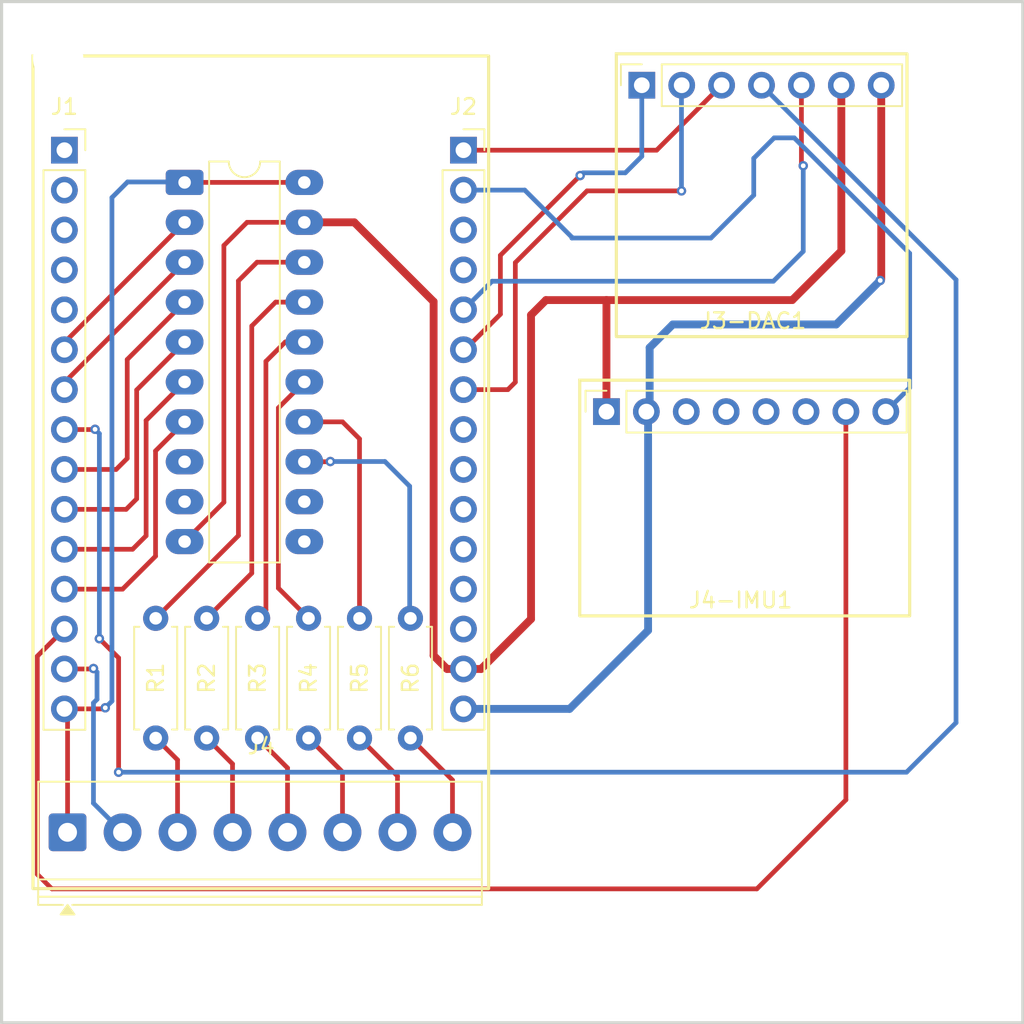
<source format=kicad_pcb>
(kicad_pcb (version 20241229) (generator "pcbnew") (generator_version "9.0")
  (layers (0 "F.Cu" signal) (2 "B.Cu" signal) (13 "F.Paste" user) (15 "B.Paste" user) (5 "F.SilkS" user "F.Silkscreen") (7 "B.SilkS" user "B.Silkscreen") (1 "F.Mask" user) (3 "B.Mask" user) (25 "Edge.Cuts" user))
  (net 0 "")
  (net 1 "GND")
  (net 2 "D12")
  (net 3 "D33")
  (net 4 "D26")
  (net 5 "D32")
  (net 6 "D27")
  (net 7 "D14")
  (net 8 "D25")
  (net 12 "D13")
  (net 13 "VIN")
  (net 17 "D21")
  (net 18 "D23")
  (net 19 "D22")
  (net 23 "3V3")
  (net 27 "D18")
  (net 29 "D19")
  (net 36 "Net-(J4-Pin_4)")
  (net 37 "Net-(J4-Pin_3)")
  (net 38 "Net-(J4-Pin_6)")
  (net 39 "Net-(J4-Pin_5)")
  (net 42 "Net-(U1-B0)")
  (net 43 "Net-(U1-B1)")
  (net 44 "Net-(U1-B2)")
  (net 45 "Net-(U1-B3)")
  (net 46 "Net-(U1-B4)")
  (net 47 "Net-(U1-B5)")
  (net 48 "Net-(J4-Pin_7)")
  (net 49 "Net-(J4-Pin_8)")
  (footprint "Connector_PinSocket_2.54mm:PinSocket_1x15_P2.54mm_Vertical" (layer "F.Cu") (at 79.4 59.46)
    (property "Reference" "J2" (at 0 -2.77 0) (layer "F.SilkS"))
    (property "Value" "Conn_01x15" (hide yes))
    (fp_line (start -1.33 1.27) (end -1.33 36.89) (stroke (width 0.12)) (layer "F.SilkS"))
    (fp_line (start -1.33 1.27) (end 1.33 1.27) (stroke (width 0.12)) (layer "F.SilkS"))
    (fp_line (start -1.33 36.89) (end 1.33 36.89) (stroke (width 0.12)) (layer "F.SilkS"))
    (fp_line (start 0 -1.33) (end 1.33 -1.33) (stroke (width 0.12)) (layer "F.SilkS"))
    (fp_line (start 1.33 -1.33) (end 1.33 0) (stroke (width 0.12)) (layer "F.SilkS"))
    (fp_line (start 1.33 1.27) (end 1.33 36.89) (stroke (width 0.12)) (layer "F.SilkS"))
    (pad "1" thru_hole rect (at 0 0) (size 1.7 1.7) (drill 1) (layers "*.Cu" "*.Mask") (net 18 "D23"))
    (pad "2" thru_hole circle (at 0 2.54) (size 1.7 1.7) (drill 1) (layers "*.Cu" "*.Mask") (net 19 "D22"))
    (pad "3" thru_hole circle (at 0 5.08) (size 1.7 1.7) (drill 1) (layers "*.Cu" "*.Mask"))
    (pad "4" thru_hole circle (at 0 7.62) (size 1.7 1.7) (drill 1) (layers "*.Cu" "*.Mask"))
    (pad "5" thru_hole circle (at 0 10.16) (size 1.7 1.7) (drill 1) (layers "*.Cu" "*.Mask") (net 17 "D21"))
    (pad "6" thru_hole circle (at 0 12.7) (size 1.7 1.7) (drill 1) (layers "*.Cu" "*.Mask") (net 29 "D19"))
    (pad "7" thru_hole circle (at 0 15.24) (size 1.7 1.7) (drill 1) (layers "*.Cu" "*.Mask") (net 27 "D18"))
    (pad "8" thru_hole circle (at 0 17.78) (size 1.7 1.7) (drill 1) (layers "*.Cu" "*.Mask"))
    (pad "9" thru_hole circle (at 0 20.32) (size 1.7 1.7) (drill 1) (layers "*.Cu" "*.Mask"))
    (pad "10" thru_hole circle (at 0 22.86) (size 1.7 1.7) (drill 1) (layers "*.Cu" "*.Mask"))
    (pad "11" thru_hole circle (at 0 25.4) (size 1.7 1.7) (drill 1) (layers "*.Cu" "*.Mask"))
    (pad "12" thru_hole circle (at 0 27.94) (size 1.7 1.7) (drill 1) (layers "*.Cu" "*.Mask"))
    (pad "13" thru_hole circle (at 0 30.48) (size 1.7 1.7) (drill 1) (layers "*.Cu" "*.Mask"))
    (pad "14" thru_hole circle (at 0 33.02) (size 1.7 1.7) (drill 1) (layers "*.Cu" "*.Mask") (net 1 "GND"))
    (pad "15" thru_hole circle (at 0 35.56) (size 1.7 1.7) (drill 1) (layers "*.Cu" "*.Mask") (net 23 "3V3"))
  )
  (footprint "Connector_PinSocket_2.54mm:PinSocket_1x15_P2.54mm_Vertical" (layer "F.Cu") (at 54 59.46)
    (property "Reference" "J1" (at 0 -2.77 0) (layer "F.SilkS"))
    (property "Value" "Conn_01x15" (hide yes))
    (fp_line (start -1.33 1.27) (end -1.33 36.89) (stroke (width 0.12)) (layer "F.SilkS"))
    (fp_line (start -1.33 1.27) (end 1.33 1.27) (stroke (width 0.12)) (layer "F.SilkS"))
    (fp_line (start -1.33 36.89) (end 1.33 36.89) (stroke (width 0.12)) (layer "F.SilkS"))
    (fp_line (start 0 -1.33) (end 1.33 -1.33) (stroke (width 0.12)) (layer "F.SilkS"))
    (fp_line (start 1.33 -1.33) (end 1.33 0) (stroke (width 0.12)) (layer "F.SilkS"))
    (fp_line (start 1.33 1.27) (end 1.33 36.89) (stroke (width 0.12)) (layer "F.SilkS"))
    (pad "1" thru_hole rect (at 0 0) (size 1.7 1.7) (drill 1) (layers "*.Cu" "*.Mask"))
    (pad "2" thru_hole circle (at 0 2.54) (size 1.7 1.7) (drill 1) (layers "*.Cu" "*.Mask"))
    (pad "3" thru_hole circle (at 0 5.08) (size 1.7 1.7) (drill 1) (layers "*.Cu" "*.Mask"))
    (pad "4" thru_hole circle (at 0 7.62) (size 1.7 1.7) (drill 1) (layers "*.Cu" "*.Mask"))
    (pad "5" thru_hole circle (at 0 10.16) (size 1.7 1.7) (drill 1) (layers "*.Cu" "*.Mask"))
    (pad "6" thru_hole circle (at 0 12.7) (size 1.7 1.7) (drill 1) (layers "*.Cu" "*.Mask") (net 5 "D32"))
    (pad "7" thru_hole circle (at 0 15.24) (size 1.7 1.7) (drill 1) (layers "*.Cu" "*.Mask") (net 3 "D33"))
    (pad "8" thru_hole circle (at 0 17.78) (size 1.7 1.7) (drill 1) (layers "*.Cu" "*.Mask") (net 8 "D25"))
    (pad "9" thru_hole circle (at 0 20.32) (size 1.7 1.7) (drill 1) (layers "*.Cu" "*.Mask") (net 4 "D26"))
    (pad "10" thru_hole circle (at 0 22.86) (size 1.7 1.7) (drill 1) (layers "*.Cu" "*.Mask") (net 6 "D27"))
    (pad "11" thru_hole circle (at 0 25.4) (size 1.7 1.7) (drill 1) (layers "*.Cu" "*.Mask") (net 7 "D14"))
    (pad "12" thru_hole circle (at 0 27.94) (size 1.7 1.7) (drill 1) (layers "*.Cu" "*.Mask") (net 2 "D12"))
    (pad "13" thru_hole circle (at 0 30.48) (size 1.7 1.7) (drill 1) (layers "*.Cu" "*.Mask") (net 12 "D13"))
    (pad "14" thru_hole circle (at 0 33.02) (size 1.7 1.7) (drill 1) (layers "*.Cu" "*.Mask") (net 1 "GND"))
    (pad "15" thru_hole circle (at 0 35.56) (size 1.7 1.7) (drill 1) (layers "*.Cu" "*.Mask") (net 13 "VIN"))
  )
  (footprint "MountingHole:MountingHole_3.2mm_M3" (layer "F.Cu") (at 53.6 53.6)
    (property "Reference" "H1" (hide yes))
    (property "Value" "MountingHole" (hide yes))
    (pad "" np_thru_hole circle (at 0 0) (size 3.2 3.2) (drill 3.2) (layers "*.Cu" "*.Mask"))
  )
  (footprint "Resistor_THT:R_Axial_DIN0207_L6.3mm_D2.5mm_P7.62mm_Horizontal" (layer "F.Cu") (at 63.053 89.255 -90)
    (property "Reference" "R2" (at 3.81 0 90) (layer "F.SilkS"))
    (property "Value" "R" (hide yes))
    (fp_line (start 0.54 1.37) (end 7.08 1.37) (stroke (width 0.12)) (layer "F.SilkS"))
    (fp_line (start 7.08 1.37) (end 7.08 1.04) (stroke (width 0.12)) (layer "F.SilkS"))
    (fp_line (start 0.54 1.04) (end 0.54 1.37) (stroke (width 0.12)) (layer "F.SilkS"))
    (fp_line (start 0.54 -1.04) (end 0.54 -1.37) (stroke (width 0.12)) (layer "F.SilkS"))
    (fp_line (start 0.54 -1.37) (end 7.08 -1.37) (stroke (width 0.12)) (layer "F.SilkS"))
    (fp_line (start 7.08 -1.37) (end 7.08 -1.04) (stroke (width 0.12)) (layer "F.SilkS"))
    (pad "1" thru_hole circle (at 0 0 270) (size 1.6 1.6) (drill 0.8) (layers "*.Cu" "*.Mask") (net 43 "Net-(U1-B1)"))
    (pad "2" thru_hole circle (at 7.62 0 270) (size 1.6 1.6) (drill 0.8) (layers "*.Cu" "*.Mask") (net 36 "Net-(J4-Pin_4)"))
  )
  (footprint "Resistor_THT:R_Axial_DIN0207_L6.3mm_D2.5mm_P7.62mm_Horizontal" (layer "F.Cu") (at 59.81 89.255 -90)
    (property "Reference" "R1" (at 3.81 0 90) (layer "F.SilkS"))
    (property "Value" "R" (hide yes))
    (fp_line (start 0.54 1.37) (end 7.08 1.37) (stroke (width 0.12)) (layer "F.SilkS"))
    (fp_line (start 7.08 1.37) (end 7.08 1.04) (stroke (width 0.12)) (layer "F.SilkS"))
    (fp_line (start 0.54 1.04) (end 0.54 1.37) (stroke (width 0.12)) (layer "F.SilkS"))
    (fp_line (start 0.54 -1.04) (end 0.54 -1.37) (stroke (width 0.12)) (layer "F.SilkS"))
    (fp_line (start 0.54 -1.37) (end 7.08 -1.37) (stroke (width 0.12)) (layer "F.SilkS"))
    (fp_line (start 7.08 -1.37) (end 7.08 -1.04) (stroke (width 0.12)) (layer "F.SilkS"))
    (pad "1" thru_hole circle (at 0 0 270) (size 1.6 1.6) (drill 0.8) (layers "*.Cu" "*.Mask") (net 42 "Net-(U1-B0)"))
    (pad "2" thru_hole circle (at 7.62 0 270) (size 1.6 1.6) (drill 0.8) (layers "*.Cu" "*.Mask") (net 37 "Net-(J4-Pin_3)"))
  )
  (footprint "Connector_PinSocket_2.54mm:PinSocket_1x07_P2.54mm_Vertical" (layer "F.Cu") (at 90.75 55.325 90)
    (property "Reference" "J3-DAC1" (at -15 7.08 180) (layer "F.SilkS"))
    (property "Value" "Conn_01x07" (hide yes))
    (fp_line (start 1.33 -1.33) (end 1.33 0) (stroke (width 0.12)) (layer "F.SilkS"))
    (fp_line (start 0 -1.33) (end 1.33 -1.33) (stroke (width 0.12)) (layer "F.SilkS"))
    (fp_line (start 1.33 1.27) (end 1.33 16.57) (stroke (width 0.12)) (layer "F.SilkS"))
    (fp_line (start -1.33 1.27) (end 1.33 1.27) (stroke (width 0.12)) (layer "F.SilkS"))
    (fp_line (start -1.33 1.27) (end -1.33 16.57) (stroke (width 0.12)) (layer "F.SilkS"))
    (fp_line (start -1.33 16.57) (end 1.33 16.57) (stroke (width 0.12)) (layer "F.SilkS"))
    (pad "1" thru_hole rect (at 0 0 90) (size 1.7 1.7) (drill 1) (layers "*.Cu" "*.Mask") (net 29 "D19"))
    (pad "2" thru_hole circle (at 0 2.54 90) (size 1.7 1.7) (drill 1) (layers "*.Cu" "*.Mask") (net 27 "D18"))
    (pad "3" thru_hole circle (at 0 5.08 90) (size 1.7 1.7) (drill 1) (layers "*.Cu" "*.Mask") (net 18 "D23"))
    (pad "4" thru_hole circle (at 0 7.62 90) (size 1.7 1.7) (drill 1) (layers "*.Cu" "*.Mask") (net 8 "D25"))
    (pad "5" thru_hole circle (at 0 10.16 90) (size 1.7 1.7) (drill 1) (layers "*.Cu" "*.Mask") (net 17 "D21"))
    (pad "6" thru_hole circle (at 0 12.7 90) (size 1.7 1.7) (drill 1) (layers "*.Cu" "*.Mask") (net 1 "GND"))
    (pad "7" thru_hole circle (at 0 15.24 90) (size 1.7 1.7) (drill 1) (layers "*.Cu" "*.Mask") (net 23 "3V3"))
  )
  (footprint "MountingHole:MountingHole_3.2mm_M3" (layer "F.Cu") (at 53.6 111.4)
    (property "Reference" "H4" (hide yes))
    (property "Value" "MountingHole" (hide yes))
    (pad "" np_thru_hole circle (at 0 0) (size 3.2 3.2) (drill 3.2) (layers "*.Cu" "*.Mask"))
  )
  (footprint "Resistor_THT:R_Axial_DIN0207_L6.3mm_D2.5mm_P7.62mm_Horizontal" (layer "F.Cu") (at 69.539 89.255 -90)
    (property "Reference" "R4" (at 3.81 0 90) (layer "F.SilkS"))
    (property "Value" "R" (hide yes))
    (fp_line (start 0.54 1.37) (end 7.08 1.37) (stroke (width 0.12)) (layer "F.SilkS"))
    (fp_line (start 7.08 1.37) (end 7.08 1.04) (stroke (width 0.12)) (layer "F.SilkS"))
    (fp_line (start 0.54 1.04) (end 0.54 1.37) (stroke (width 0.12)) (layer "F.SilkS"))
    (fp_line (start 0.54 -1.04) (end 0.54 -1.37) (stroke (width 0.12)) (layer "F.SilkS"))
    (fp_line (start 0.54 -1.37) (end 7.08 -1.37) (stroke (width 0.12)) (layer "F.SilkS"))
    (fp_line (start 7.08 -1.37) (end 7.08 -1.04) (stroke (width 0.12)) (layer "F.SilkS"))
    (pad "1" thru_hole circle (at 0 0 270) (size 1.6 1.6) (drill 0.8) (layers "*.Cu" "*.Mask") (net 45 "Net-(U1-B3)"))
    (pad "2" thru_hole circle (at 7.62 0 270) (size 1.6 1.6) (drill 0.8) (layers "*.Cu" "*.Mask") (net 38 "Net-(J4-Pin_6)"))
  )
  (footprint "Resistor_THT:R_Axial_DIN0207_L6.3mm_D2.5mm_P7.62mm_Horizontal" (layer "F.Cu") (at 76.025 89.255 -90)
    (property "Reference" "R6" (at 3.81 0 90) (layer "F.SilkS"))
    (property "Value" "R" (hide yes))
    (fp_line (start 0.54 1.37) (end 7.08 1.37) (stroke (width 0.12)) (layer "F.SilkS"))
    (fp_line (start 7.08 1.37) (end 7.08 1.04) (stroke (width 0.12)) (layer "F.SilkS"))
    (fp_line (start 0.54 1.04) (end 0.54 1.37) (stroke (width 0.12)) (layer "F.SilkS"))
    (fp_line (start 0.54 -1.04) (end 0.54 -1.37) (stroke (width 0.12)) (layer "F.SilkS"))
    (fp_line (start 0.54 -1.37) (end 7.08 -1.37) (stroke (width 0.12)) (layer "F.SilkS"))
    (fp_line (start 7.08 -1.37) (end 7.08 -1.04) (stroke (width 0.12)) (layer "F.SilkS"))
    (pad "1" thru_hole circle (at 0 0 270) (size 1.6 1.6) (drill 0.8) (layers "*.Cu" "*.Mask") (net 47 "Net-(U1-B5)"))
    (pad "2" thru_hole circle (at 7.62 0 270) (size 1.6 1.6) (drill 0.8) (layers "*.Cu" "*.Mask") (net 49 "Net-(J4-Pin_8)"))
  )
  (footprint "Resistor_THT:R_Axial_DIN0207_L6.3mm_D2.5mm_P7.62mm_Horizontal" (layer "F.Cu") (at 72.782 89.255 -90)
    (property "Reference" "R5" (at 3.81 0 90) (layer "F.SilkS"))
    (property "Value" "R" (hide yes))
    (fp_line (start 0.54 1.37) (end 7.08 1.37) (stroke (width 0.12)) (layer "F.SilkS"))
    (fp_line (start 7.08 1.37) (end 7.08 1.04) (stroke (width 0.12)) (layer "F.SilkS"))
    (fp_line (start 0.54 1.04) (end 0.54 1.37) (stroke (width 0.12)) (layer "F.SilkS"))
    (fp_line (start 0.54 -1.04) (end 0.54 -1.37) (stroke (width 0.12)) (layer "F.SilkS"))
    (fp_line (start 0.54 -1.37) (end 7.08 -1.37) (stroke (width 0.12)) (layer "F.SilkS"))
    (fp_line (start 7.08 -1.37) (end 7.08 -1.04) (stroke (width 0.12)) (layer "F.SilkS"))
    (pad "1" thru_hole circle (at 0 0 270) (size 1.6 1.6) (drill 0.8) (layers "*.Cu" "*.Mask") (net 46 "Net-(U1-B4)"))
    (pad "2" thru_hole circle (at 7.62 0 270) (size 1.6 1.6) (drill 0.8) (layers "*.Cu" "*.Mask") (net 48 "Net-(J4-Pin_7)"))
  )
  (footprint "Resistor_THT:R_Axial_DIN0207_L6.3mm_D2.5mm_P7.62mm_Horizontal" (layer "F.Cu") (at 66.296 89.255 -90)
    (property "Reference" "R3" (at 3.81 0 90) (layer "F.SilkS"))
    (property "Value" "R" (hide yes))
    (fp_line (start 0.54 1.37) (end 7.08 1.37) (stroke (width 0.12)) (layer "F.SilkS"))
    (fp_line (start 7.08 1.37) (end 7.08 1.04) (stroke (width 0.12)) (layer "F.SilkS"))
    (fp_line (start 0.54 1.04) (end 0.54 1.37) (stroke (width 0.12)) (layer "F.SilkS"))
    (fp_line (start 0.54 -1.04) (end 0.54 -1.37) (stroke (width 0.12)) (layer "F.SilkS"))
    (fp_line (start 0.54 -1.37) (end 7.08 -1.37) (stroke (width 0.12)) (layer "F.SilkS"))
    (fp_line (start 7.08 -1.37) (end 7.08 -1.04) (stroke (width 0.12)) (layer "F.SilkS"))
    (pad "1" thru_hole circle (at 0 0 270) (size 1.6 1.6) (drill 0.8) (layers "*.Cu" "*.Mask") (net 44 "Net-(U1-B2)"))
    (pad "2" thru_hole circle (at 7.62 0 270) (size 1.6 1.6) (drill 0.8) (layers "*.Cu" "*.Mask") (net 39 "Net-(J4-Pin_5)"))
  )
  (footprint "TerminalBlock_Phoenix:TerminalBlock_Phoenix_PT-1,5-8-3.5-H_1x08_P3.50mm_Horizontal" (layer "F.Cu") (at 54.2 102.875)
    (property "Reference" "J4" (at 12.325 -5.48 0) (layer "F.SilkS"))
    (property "Value" "Screw_Terminal_01x08" (hide yes))
    (fp_line (start -1.87 -3.22) (end 26.37 -3.22) (stroke (width 0.12)) (layer "F.SilkS"))
    (fp_line (start -1.87 3) (end 26.37 3) (stroke (width 0.12)) (layer "F.SilkS"))
    (fp_line (start -1.87 4.1) (end 26.37 4.1) (stroke (width 0.12)) (layer "F.SilkS"))
    (fp_line (start -1.87 4.62) (end -1.87 -3.22) (stroke (width 0.12)) (layer "F.SilkS"))
    (fp_line (start -0.3 4.62) (end -1.87 4.62) (stroke (width 0.12)) (layer "F.SilkS"))
    (fp_line (start 26.37 -3.22) (end 26.37 4.62) (stroke (width 0.12)) (layer "F.SilkS"))
    (fp_line (start 26.37 4.62) (end 0.3 4.62) (stroke (width 0.12)) (layer "F.SilkS"))
    (fp_poly (pts (xy 0 4.62) (xy 0.44 5.23) (xy -0.44 5.23)) (stroke (width 0.12)) (fill yes) (layer "F.SilkS"))
    (pad "1" thru_hole roundrect (at 0 0) (size 2.4 2.4) (drill 1.2) (layers "*.Cu" "*.Mask") (roundrect_rratio 0.104167) (net 13 "VIN"))
    (pad "2" thru_hole circle (at 3.5 0) (size 2.4 2.4) (drill 1.2) (layers "*.Cu" "*.Mask") (net 1 "GND"))
    (pad "3" thru_hole circle (at 7 0) (size 2.4 2.4) (drill 1.2) (layers "*.Cu" "*.Mask") (net 37 "Net-(J4-Pin_3)"))
    (pad "4" thru_hole circle (at 10.5 0) (size 2.4 2.4) (drill 1.2) (layers "*.Cu" "*.Mask") (net 36 "Net-(J4-Pin_4)"))
    (pad "5" thru_hole circle (at 14 0) (size 2.4 2.4) (drill 1.2) (layers "*.Cu" "*.Mask") (net 39 "Net-(J4-Pin_5)"))
    (pad "6" thru_hole circle (at 17.5 0) (size 2.4 2.4) (drill 1.2) (layers "*.Cu" "*.Mask") (net 38 "Net-(J4-Pin_6)"))
    (pad "7" thru_hole circle (at 21 0) (size 2.4 2.4) (drill 1.2) (layers "*.Cu" "*.Mask") (net 48 "Net-(J4-Pin_7)"))
    (pad "8" thru_hole circle (at 24.5 0) (size 2.4 2.4) (drill 1.2) (layers "*.Cu" "*.Mask") (net 49 "Net-(J4-Pin_8)"))
  )
  (footprint "Package_DIP:DIP-20_W7.62mm_LongPads" (layer "F.Cu") (at 61.65 61.51)
    (property "Reference" "U1" (hide yes))
    (property "Value" "74HC245")
    (fp_line (start 1.56 -1.33) (end 1.56 24.19) (stroke (width 0.12)) (layer "F.SilkS"))
    (fp_line (start 1.56 24.19) (end 6.06 24.19) (stroke (width 0.12)) (layer "F.SilkS"))
    (fp_line (start 2.81 -1.33) (end 1.56 -1.33) (stroke (width 0.12)) (layer "F.SilkS"))
    (fp_line (start 6.06 -1.33) (end 4.81 -1.33) (stroke (width 0.12)) (layer "F.SilkS"))
    (fp_line (start 6.06 24.19) (end 6.06 -1.33) (stroke (width 0.12)) (layer "F.SilkS"))
    (fp_arc (start 4.81 -1.33) (mid 3.81 -0.33) (end 2.81 -1.33) (stroke (width 0.12)) (layer "F.SilkS"))
    (pad "1" thru_hole roundrect (at 0 0) (size 2.4 1.6) (drill 0.8) (layers "*.Cu" "*.Mask") (roundrect_rratio 0.15625) (net 13 "VIN"))
    (pad "2" thru_hole oval (at 0 2.54) (size 2.4 1.6) (drill 0.8) (layers "*.Cu" "*.Mask") (net 5 "D32"))
    (pad "3" thru_hole oval (at 0 5.08) (size 2.4 1.6) (drill 0.8) (layers "*.Cu" "*.Mask") (net 3 "D33"))
    (pad "4" thru_hole oval (at 0 7.62) (size 2.4 1.6) (drill 0.8) (layers "*.Cu" "*.Mask") (net 4 "D26"))
    (pad "5" thru_hole oval (at 0 10.16) (size 2.4 1.6) (drill 0.8) (layers "*.Cu" "*.Mask") (net 6 "D27"))
    (pad "6" thru_hole oval (at 0 12.7) (size 2.4 1.6) (drill 0.8) (layers "*.Cu" "*.Mask") (net 7 "D14"))
    (pad "7" thru_hole oval (at 0 15.24) (size 2.4 1.6) (drill 0.8) (layers "*.Cu" "*.Mask") (net 2 "D12"))
    (pad "8" thru_hole oval (at 0 17.78) (size 2.4 1.6) (drill 0.8) (layers "*.Cu" "*.Mask"))
    (pad "9" thru_hole oval (at 0 20.32) (size 2.4 1.6) (drill 0.8) (layers "*.Cu" "*.Mask"))
    (pad "10" thru_hole oval (at 0 22.86) (size 2.4 1.6) (drill 0.8) (layers "*.Cu" "*.Mask") (net 1 "GND"))
    (pad "11" thru_hole oval (at 7.62 22.86) (size 2.4 1.6) (drill 0.8) (layers "*.Cu" "*.Mask"))
    (pad "12" thru_hole oval (at 7.62 20.32) (size 2.4 1.6) (drill 0.8) (layers "*.Cu" "*.Mask"))
    (pad "13" thru_hole oval (at 7.62 17.78) (size 2.4 1.6) (drill 0.8) (layers "*.Cu" "*.Mask") (net 47 "Net-(U1-B5)"))
    (pad "14" thru_hole oval (at 7.62 15.24) (size 2.4 1.6) (drill 0.8) (layers "*.Cu" "*.Mask") (net 46 "Net-(U1-B4)"))
    (pad "15" thru_hole oval (at 7.62 12.7) (size 2.4 1.6) (drill 0.8) (layers "*.Cu" "*.Mask") (net 45 "Net-(U1-B3)"))
    (pad "16" thru_hole oval (at 7.62 10.16) (size 2.4 1.6) (drill 0.8) (layers "*.Cu" "*.Mask") (net 44 "Net-(U1-B2)"))
    (pad "17" thru_hole oval (at 7.62 7.62) (size 2.4 1.6) (drill 0.8) (layers "*.Cu" "*.Mask") (net 43 "Net-(U1-B1)"))
    (pad "18" thru_hole oval (at 7.62 5.08) (size 2.4 1.6) (drill 0.8) (layers "*.Cu" "*.Mask") (net 42 "Net-(U1-B0)"))
    (pad "19" thru_hole oval (at 7.62 2.54) (size 2.4 1.6) (drill 0.8) (layers "*.Cu" "*.Mask") (net 1 "GND"))
    (pad "20" thru_hole oval (at 7.62 0) (size 2.4 1.6) (drill 0.8) (layers "*.Cu" "*.Mask") (net 13 "VIN"))
  )
  (footprint "MountingHole:MountingHole_3.2mm_M3" (layer "F.Cu") (at 109.4 109.4)
    (property "Reference" "H3" (hide yes))
    (property "Value" "MountingHole" (hide yes))
    (pad "" np_thru_hole circle (at 0 0) (size 3.2 3.2) (drill 3.2) (layers "*.Cu" "*.Mask"))
  )
  (footprint "MountingHole:MountingHole_3.2mm_M3" (layer "F.Cu") (at 111.4 53.6)
    (property "Reference" "H2" (hide yes))
    (property "Value" "MountingHole" (hide yes))
    (pad "" np_thru_hole circle (at 0 0) (size 3.2 3.2) (drill 3.2) (layers "*.Cu" "*.Mask"))
  )
  (footprint "Connector_PinSocket_2.54mm:PinSocket_1x08_P2.54mm_Vertical" (layer "F.Cu") (at 88.5 76.1 90)
    (property "Reference" "J4-IMU1" (at -12 8.54 0) (layer "F.SilkS"))
    (property "Value" "Conn_01x08" (hide yes))
    (fp_line (start 1.33 -1.33) (end 1.33 0) (stroke (width 0.12)) (layer "F.SilkS"))
    (fp_line (start 0 -1.33) (end 1.33 -1.33) (stroke (width 0.12)) (layer "F.SilkS"))
    (fp_line (start 1.33 1.27) (end 1.33 19.11) (stroke (width 0.12)) (layer "F.SilkS"))
    (fp_line (start -1.33 1.27) (end 1.33 1.27) (stroke (width 0.12)) (layer "F.SilkS"))
    (fp_line (start -1.33 1.27) (end -1.33 19.11) (stroke (width 0.12)) (layer "F.SilkS"))
    (fp_line (start -1.33 19.11) (end 1.33 19.11) (stroke (width 0.12)) (layer "F.SilkS"))
    (pad "1" thru_hole rect (at 0 0 90) (size 1.7 1.7) (drill 1) (layers "*.Cu" "*.Mask") (net 1 "GND"))
    (pad "2" thru_hole circle (at 0 2.54 90) (size 1.7 1.7) (drill 1) (layers "*.Cu" "*.Mask") (net 23 "3V3"))
    (pad "3" thru_hole circle (at 0 5.08 90) (size 1.7 1.7) (drill 1) (layers "*.Cu" "*.Mask"))
    (pad "4" thru_hole circle (at 0 7.62 90) (size 1.7 1.7) (drill 1) (layers "*.Cu" "*.Mask"))
    (pad "5" thru_hole circle (at 0 10.16 90) (size 1.7 1.7) (drill 1) (layers "*.Cu" "*.Mask"))
    (pad "6" thru_hole circle (at 0 12.7 90) (size 1.7 1.7) (drill 1) (layers "*.Cu" "*.Mask"))
    (pad "7" thru_hole circle (at 0 15.24 90) (size 1.7 1.7) (drill 1) (layers "*.Cu" "*.Mask") (net 12 "D13"))
    (pad "8" thru_hole circle (at 0 17.78 90) (size 1.7 1.7) (drill 1) (layers "*.Cu" "*.Mask") (net 19 "D22"))
  )
  (gr_rect (start 86.8 74.1) (end 107.8 89.1) (stroke (width 0.2)) (fill no) (layer "F.SilkS"))
  (gr_rect (start 52 53.46) (end 81 106.46) (stroke (width 0.2)) (fill no) (layer "F.SilkS"))
  (gr_rect (start 89.13 53.325) (end 107.63 71.325) (stroke (width 0.2)) (fill no) (layer "F.SilkS"))
  (gr_rect (start 50 50) (end 115 115) (stroke (width 0.2)) (fill no) (layer "Edge.Cuts"))
  (segment (start 65.625 64.05) (end 69.27 64.05) (width 0.3) (layer "F.Cu") (net 1))
  (segment (start 103.45 65.875) (end 100.325 69) (width 0.5) (layer "F.Cu") (net 1))
  (segment (start 64.15 65.525) (end 65.625 64.05) (width 0.3) (layer "F.Cu") (net 1))
  (segment (start 103.45 55.325) (end 103.45 65.875) (width 0.5) (layer "F.Cu") (net 1))
  (segment (start 72.45 64.05) (end 77.5 69.1) (width 0.5) (layer "F.Cu") (net 1))
  (segment (start 83.7 89.3) (end 80.52 92.48) (width 0.5) (layer "F.Cu") (net 1))
  (segment (start 55.82 92.48) (end 55.85 92.45) (width 0.3) (layer "F.Cu") (net 1))
  (segment (start 64.15 81.87) (end 64.15 65.525) (width 0.3) (layer "F.Cu") (net 1))
  (segment (start 80.52 92.48) (end 79.4 92.48) (width 0.5) (layer "F.Cu") (net 1))
  (segment (start 61.65 84.37) (end 64.15 81.87) (width 0.3) (layer "F.Cu") (net 1))
  (segment (start 88.5 76.1) (end 88.5 69) (width 0.5) (layer "F.Cu") (net 1))
  (segment (start 77.5 91.625) (end 78.355 92.48) (width 0.5) (layer "F.Cu") (net 1))
  (segment (start 100.325 69) (end 88.5 69) (width 0.5) (layer "F.Cu") (net 1))
  (segment (start 77.5 69.1) (end 77.5 91.625) (width 0.5) (layer "F.Cu") (net 1))
  (segment (start 69.27 64.05) (end 72.45 64.05) (width 0.5) (layer "F.Cu") (net 1))
  (segment (start 54 92.48) (end 55.82 92.48) (width 0.3) (layer "F.Cu") (net 1))
  (segment (start 83.7 69.95) (end 83.7 89.3) (width 0.5) (layer "F.Cu") (net 1))
  (segment (start 88.5 69) (end 84.65 69) (width 0.5) (layer "F.Cu") (net 1))
  (segment (start 78.355 92.48) (end 79.4 92.48) (width 0.5) (layer "F.Cu") (net 1))
  (segment (start 84.65 69) (end 83.7 69.95) (width 0.5) (layer "F.Cu") (net 1))
  (via (at 55.85 92.45) (size 0.6) (drill 0.3) (layers "F.Cu" "B.Cu") (net 1))
  (segment (start 55.85 92.45) (end 56.075 92.675) (width 0.3) (layer "B.Cu") (net 1))
  (segment (start 55.849 101.024) (end 57.7 102.875) (width 0.3) (layer "B.Cu") (net 1))
  (segment (start 55.849 94.638925) (end 55.849 101.024) (width 0.3) (layer "B.Cu") (net 1))
  (segment (start 56.075 92.675) (end 56.075 94.412925) (width 0.3) (layer "B.Cu") (net 1))
  (segment (start 56.075 94.412925) (end 55.849 94.638925) (width 0.3) (layer "B.Cu") (net 1))
  (segment (start 54 87.4) (end 57.7 87.4) (width 0.3) (layer "F.Cu") (net 2))
  (segment (start 59.8 78.6) (end 61.65 76.75) (width 0.3) (layer "F.Cu") (net 2))
  (segment (start 57.7 87.4) (end 59.8 85.3) (width 0.3) (layer "F.Cu") (net 2))
  (segment (start 59.8 85.3) (end 59.8 78.6) (width 0.3) (layer "F.Cu") (net 2))
  (segment (start 54 74.24) (end 61.65 66.59) (width 0.3) (layer "F.Cu") (net 3))
  (segment (start 54 74.7) (end 54 74.24) (width 0.3) (layer "F.Cu") (net 3))
  (segment (start 57.998 72.782) (end 61.65 69.13) (width 0.3) (layer "F.Cu") (net 4))
  (segment (start 54 79.78) (end 57.293 79.78) (width 0.3) (layer "F.Cu") (net 4))
  (segment (start 57.293 79.78) (end 57.998 79.075) (width 0.3) (layer "F.Cu") (net 4))
  (segment (start 57.998 79.075) (end 57.998 72.782) (width 0.3) (layer "F.Cu") (net 4))
  (segment (start 54 72.16) (end 54 71.7) (width 0.3) (layer "F.Cu") (net 5))
  (segment (start 54 71.7) (end 61.65 64.05) (width 0.3) (layer "F.Cu") (net 5))
  (segment (start 58.599 74.721) (end 61.65 71.67) (width 0.3) (layer "F.Cu") (net 6))
  (segment (start 54 82.32) (end 57.929 82.32) (width 0.3) (layer "F.Cu") (net 6))
  (segment (start 58.599 81.65) (end 58.599 74.721) (width 0.3) (layer "F.Cu") (net 6))
  (segment (start 57.929 82.32) (end 58.599 81.65) (width 0.3) (layer "F.Cu") (net 6))
  (segment (start 59.2 76.66) (end 61.65 74.21) (width 0.3) (layer "F.Cu") (net 7))
  (segment (start 59.2 84) (end 59.2 76.66) (width 0.3) (layer "F.Cu") (net 7))
  (segment (start 58.34 84.86) (end 59.2 84) (width 0.3) (layer "F.Cu") (net 7))
  (segment (start 54 84.86) (end 58.34 84.86) (width 0.3) (layer "F.Cu") (net 7))
  (segment (start 57.45 91.775) (end 57.45 99.05) (width 0.3) (layer "F.Cu") (net 8))
  (segment (start 56.225 90.55) (end 57.45 91.775) (width 0.3) (layer "F.Cu") (net 8))
  (segment (start 55.935 77.24) (end 55.95 77.225) (width 0.3) (layer "F.Cu") (net 8))
  (segment (start 54 77.24) (end 55.935 77.24) (width 0.3) (layer "F.Cu") (net 8))
  (via (at 55.95 77.225) (size 0.6) (drill 0.3) (layers "F.Cu" "B.Cu") (net 8))
  (via (at 56.225 90.55) (size 0.6) (drill 0.3) (layers "F.Cu" "B.Cu") (net 8))
  (via (at 57.45 99.05) (size 0.6) (drill 0.3) (layers "F.Cu" "B.Cu") (net 8))
  (segment (start 56.225 90.55) (end 56.225 77.5) (width 0.3) (layer "B.Cu") (net 8))
  (segment (start 98.600322 55.555322) (end 98.37 55.555322) (width 0.3) (layer "B.Cu") (net 8))
  (segment (start 57.45 99.05) (end 107.6 99.05) (width 0.3) (layer "B.Cu") (net 8))
  (segment (start 56.225 77.5) (end 55.95 77.225) (width 0.3) (layer "B.Cu") (net 8))
  (segment (start 110.75 95.9) (end 110.75 67.705) (width 0.3) (layer "B.Cu") (net 8))
  (segment (start 110.75 67.705) (end 98.600322 55.555322) (width 0.3) (layer "B.Cu") (net 8))
  (segment (start 107.6 99.05) (end 110.75 95.9) (width 0.3) (layer "B.Cu") (net 8))
  (segment (start 52.275 105.55) (end 53.2 106.475) (width 0.3) (layer "F.Cu") (net 12))
  (segment (start 54 89.94) (end 52.275 91.665) (width 0.3) (layer "F.Cu") (net 12))
  (segment (start 53.2 106.475) (end 98.075 106.475) (width 0.3) (layer "F.Cu") (net 12))
  (segment (start 103.74 100.81) (end 103.74 76.1) (width 0.3) (layer "F.Cu") (net 12))
  (segment (start 98.075 106.475) (end 103.74 100.81) (width 0.3) (layer "F.Cu") (net 12))
  (segment (start 52.275 91.665) (end 52.275 105.55) (width 0.3) (layer "F.Cu") (net 12))
  (segment (start 56.53 95.02) (end 56.6 94.95) (width 0.3) (layer "F.Cu") (net 13))
  (segment (start 61.65 61.51) (end 69.27 61.51) (width 0.3) (layer "F.Cu") (net 13))
  (segment (start 54 95.02) (end 56.53 95.02) (width 0.3) (layer "F.Cu") (net 13))
  (segment (start 54.2 95.22) (end 54 95.02) (width 0.3) (layer "F.Cu") (net 13))
  (segment (start 54.2 102.875) (end 54.2 95.22) (width 0.3) (layer "F.Cu") (net 13))
  (via (at 56.6 94.95) (size 0.6) (drill 0.3) (layers "F.Cu" "B.Cu") (net 13))
  (segment (start 56.6 94.95) (end 57.025 94.525) (width 0.3) (layer "B.Cu") (net 13))
  (segment (start 58.01784 61.48216) (end 61.65 61.48216) (width 0.3) (layer "B.Cu") (net 13))
  (segment (start 57.025 62.475) (end 58.01784 61.48216) (width 0.3) (layer "B.Cu") (net 13))
  (segment (start 57.025 94.525) (end 57.025 62.475) (width 0.3) (layer "B.Cu") (net 13))
  (segment (start 100.91 55.325) (end 100.91 60.335) (width 0.3) (layer "F.Cu") (net 17))
  (segment (start 100.91 60.335) (end 101.025 60.45) (width 0.3) (layer "F.Cu") (net 17))
  (via (at 101.025 60.45) (size 0.6) (drill 0.3) (layers "F.Cu" "B.Cu") (net 17))
  (segment (start 101.025 60.45) (end 101.025 65.9) (width 0.3) (layer "B.Cu") (net 17))
  (segment (start 81.22 67.8) (end 79.78163 69.23837) (width 0.3) (layer "B.Cu") (net 17))
  (segment (start 99.125 67.8) (end 81.22 67.8) (width 0.3) (layer "B.Cu") (net 17))
  (segment (start 79.78163 69.23837) (end 79.78163 69.62) (width 0.3) (layer "B.Cu") (net 17))
  (segment (start 101.025 65.9) (end 99.125 67.8) (width 0.3) (layer "B.Cu") (net 17))
  (segment (start 95.83 55.325) (end 91.695 59.46) (width 0.3) (layer "F.Cu") (net 18))
  (segment (start 91.695 59.46) (end 79.4 59.46) (width 0.3) (layer "F.Cu") (net 18))
  (segment (start 99.175 58.675) (end 100.45 58.675) (width 0.3) (layer "B.Cu") (net 19))
  (segment (start 86.3 65) (end 86.3 65.05) (width 0.3) (layer "B.Cu") (net 19))
  (segment (start 83.3 62) (end 86.3 65) (width 0.3) (layer "B.Cu") (net 19))
  (segment (start 86.3 65.05) (end 95.15 65.05) (width 0.3) (layer "B.Cu") (net 19))
  (segment (start 79.4 62) (end 83.3 62) (width 0.3) (layer "B.Cu") (net 19))
  (segment (start 100.45 58.675) (end 107.8 66.025) (width 0.3) (layer "B.Cu") (net 19))
  (segment (start 107.8 74.58) (end 106.28 76.1) (width 0.3) (layer "B.Cu") (net 19))
  (segment (start 95.15 65.05) (end 97.875 62.325) (width 0.3) (layer "B.Cu") (net 19))
  (segment (start 97.875 62.325) (end 97.875 59.975) (width 0.3) (layer "B.Cu") (net 19))
  (segment (start 107.8 66.025) (end 107.8 74.58) (width 0.3) (layer "B.Cu") (net 19))
  (segment (start 97.875 59.975) (end 99.175 58.675) (width 0.3) (layer "B.Cu") (net 19))
  (segment (start 105.99 67.685) (end 105.925 67.75) (width 0.3) (layer "F.Cu") (net 23))
  (segment (start 105.99 55.325) (end 105.99 67.685) (width 0.5) (layer "F.Cu") (net 23))
  (segment (start 105.99 55.325) (end 105.975 55.34) (width 0.3) (layer "F.Cu") (net 23))
  (via (at 105.925 67.75) (size 0.6) (drill 0.3) (layers "F.Cu" "B.Cu") (net 23))
  (segment (start 91.15 76.534542) (end 91.312271 76.372271) (width 0.3) (layer "B.Cu") (net 23))
  (segment (start 91.312271 76.372271) (end 91.04 76.372271) (width 0.3) (layer "B.Cu") (net 23))
  (segment (start 105.925 67.75) (end 103.125 70.55) (width 0.5) (layer "B.Cu") (net 23))
  (segment (start 91.296041 75.843959) (end 91.04 75.843959) (width 0.3) (layer "B.Cu") (net 23))
  (segment (start 91.25 75.797918) (end 91.296041 75.843959) (width 0.3) (layer "B.Cu") (net 23))
  (segment (start 86.155 95.02) (end 79.4 95.02) (width 0.5) (layer "B.Cu") (net 23))
  (segment (start 91.25 72.025) (end 91.25 75.797918) (width 0.5) (layer "B.Cu") (net 23))
  (segment (start 91.15 90.025) (end 86.155 95.02) (width 0.5) (layer "B.Cu") (net 23))
  (segment (start 92.725 70.55) (end 91.25 72.025) (width 0.5) (layer "B.Cu") (net 23))
  (segment (start 103.125 70.55) (end 92.725 70.55) (width 0.5) (layer "B.Cu") (net 23))
  (segment (start 91.15 76.534542) (end 91.15 90.025) (width 0.5) (layer "B.Cu") (net 23))
  (segment (start 82.7 66.615108) (end 87.265108 62.05) (width 0.3) (layer "F.Cu") (net 27))
  (segment (start 82.225 74.7) (end 82.7 74.225) (width 0.3) (layer "F.Cu") (net 27))
  (segment (start 87.265108 62.05) (end 93.275 62.05) (width 0.3) (layer "F.Cu") (net 27))
  (segment (start 79.4 74.7) (end 82.225 74.7) (width 0.3) (layer "F.Cu") (net 27))
  (segment (start 82.7 74.225) (end 82.7 66.615108) (width 0.3) (layer "F.Cu") (net 27))
  (via (at 93.275 62.05) (size 0.6) (drill 0.3) (layers "F.Cu" "B.Cu") (net 27))
  (segment (start 93.275 62.05) (end 93.275 55.555322) (width 0.3) (layer "B.Cu") (net 27))
  (segment (start 93.275 55.555322) (end 93.29 55.555322) (width 0.3) (layer "B.Cu") (net 27))
  (segment (start 81.75 69.9) (end 81.75 66.15) (width 0.3) (layer "F.Cu") (net 29))
  (segment (start 81.75 66.15) (end 86.825 61.075) (width 0.3) (layer "F.Cu") (net 29))
  (segment (start 79.49 72.16) (end 81.75 69.9) (width 0.3) (layer "F.Cu") (net 29))
  (segment (start 79.4 72.16) (end 79.49 72.16) (width 0.3) (layer "F.Cu") (net 29))
  (via (at 86.825 61.075) (size 0.6) (drill 0.3) (layers "F.Cu" "B.Cu") (net 29))
  (segment (start 90.75 59.85) (end 90.75 55.325) (width 0.3) (layer "B.Cu") (net 29))
  (segment (start 87 60.9) (end 89.7 60.9) (width 0.3) (layer "B.Cu") (net 29))
  (segment (start 89.7 60.9) (end 90.75 59.85) (width 0.3) (layer "B.Cu") (net 29))
  (segment (start 86.825 61.075) (end 87 60.9) (width 0.3) (layer "B.Cu") (net 29))
  (segment (start 64.7 98.522) (end 63.053 96.875) (width 0.3) (layer "F.Cu") (net 36))
  (segment (start 64.7 102.875) (end 64.7 98.522) (width 0.3) (layer "F.Cu") (net 36))
  (segment (start 61.2 102.875) (end 61.2 98.265) (width 0.3) (layer "F.Cu") (net 37))
  (segment (start 61.2 98.265) (end 59.81 96.875) (width 0.3) (layer "F.Cu") (net 37))
  (segment (start 71.7 102.875) (end 71.7 99.036) (width 0.3) (layer "F.Cu") (net 38))
  (segment (start 71.7 99.036) (end 69.539 96.875) (width 0.3) (layer "F.Cu") (net 38))
  (segment (start 68.2 102.875) (end 68.2 98.779) (width 0.3) (layer "F.Cu") (net 39))
  (segment (start 68.2 98.779) (end 66.296 96.875) (width 0.3) (layer "F.Cu") (net 39))
  (segment (start 65.075 67.775) (end 65.075 83.99) (width 0.3) (layer "F.Cu") (net 42))
  (segment (start 66.26 66.59) (end 65.075 67.775) (width 0.3) (layer "F.Cu") (net 42))
  (segment (start 69.27 66.59) (end 66.26 66.59) (width 0.3) (layer "F.Cu") (net 42))
  (segment (start 65.075 83.99) (end 59.81 89.255) (width 0.3) (layer "F.Cu") (net 42))
  (segment (start 67.445 69.13) (end 65.925 70.65) (width 0.3) (layer "F.Cu") (net 43))
  (segment (start 65.925 70.65) (end 65.925 86.383) (width 0.3) (layer "F.Cu") (net 43))
  (segment (start 65.925 86.383) (end 63.053 89.255) (width 0.3) (layer "F.Cu") (net 43))
  (segment (start 69.27 69.13) (end 67.445 69.13) (width 0.3) (layer "F.Cu") (net 43))
  (segment (start 66.825 72.9) (end 66.825 88.726) (width 0.3) (layer "F.Cu") (net 44))
  (segment (start 66.825 88.726) (end 66.296 89.255) (width 0.3) (layer "F.Cu") (net 44))
  (segment (start 68.055 71.67) (end 66.825 72.9) (width 0.3) (layer "F.Cu") (net 44))
  (segment (start 69.27 71.67) (end 68.055 71.67) (width 0.3) (layer "F.Cu") (net 44))
  (segment (start 67.619 87.335) (end 69.539 89.255) (width 0.3) (layer "F.Cu") (net 45))
  (segment (start 69.27 74.21) (end 67.619 75.861) (width 0.3) (layer "F.Cu") (net 45))
  (segment (start 67.619 75.861) (end 67.619 87.335) (width 0.3) (layer "F.Cu") (net 45))
  (segment (start 72.782 77.832) (end 71.7 76.75) (width 0.3) (layer "F.Cu") (net 46))
  (segment (start 72.782 89.255) (end 72.782 77.832) (width 0.3) (layer "F.Cu") (net 46))
  (segment (start 71.7 76.75) (end 69.27 76.75) (width 0.3) (layer "F.Cu") (net 46))
  (segment (start 70.91 79.29) (end 70.925 79.275) (width 0.3) (layer "F.Cu") (net 47))
  (segment (start 69.27 79.29) (end 70.91 79.29) (width 0.3) (layer "F.Cu") (net 47))
  (via (at 70.925 79.275) (size 0.6) (drill 0.3) (layers "F.Cu" "B.Cu") (net 47))
  (segment (start 70.925 79.275) (end 74.4 79.275) (width 0.3) (layer "B.Cu") (net 47))
  (segment (start 74.4 79.275) (end 75.975 80.85) (width 0.3) (layer "B.Cu") (net 47))
  (segment (start 75.975 88.921387) (end 76.025 88.921387) (width 0.3) (layer "B.Cu") (net 47))
  (segment (start 75.975 80.85) (end 75.975 88.921387) (width 0.3) (layer "B.Cu") (net 47))
  (segment (start 75.2 102.875) (end 75.2 99.293) (width 0.3) (layer "F.Cu") (net 48))
  (segment (start 75.2 99.293) (end 72.782 96.875) (width 0.3) (layer "F.Cu") (net 48))
  (segment (start 78.7 102.875) (end 78.7 99.55) (width 0.3) (layer "F.Cu") (net 49))
  (segment (start 78.7 99.55) (end 76.025 96.875) (width 0.3) (layer "F.Cu") (net 49))
)
</source>
